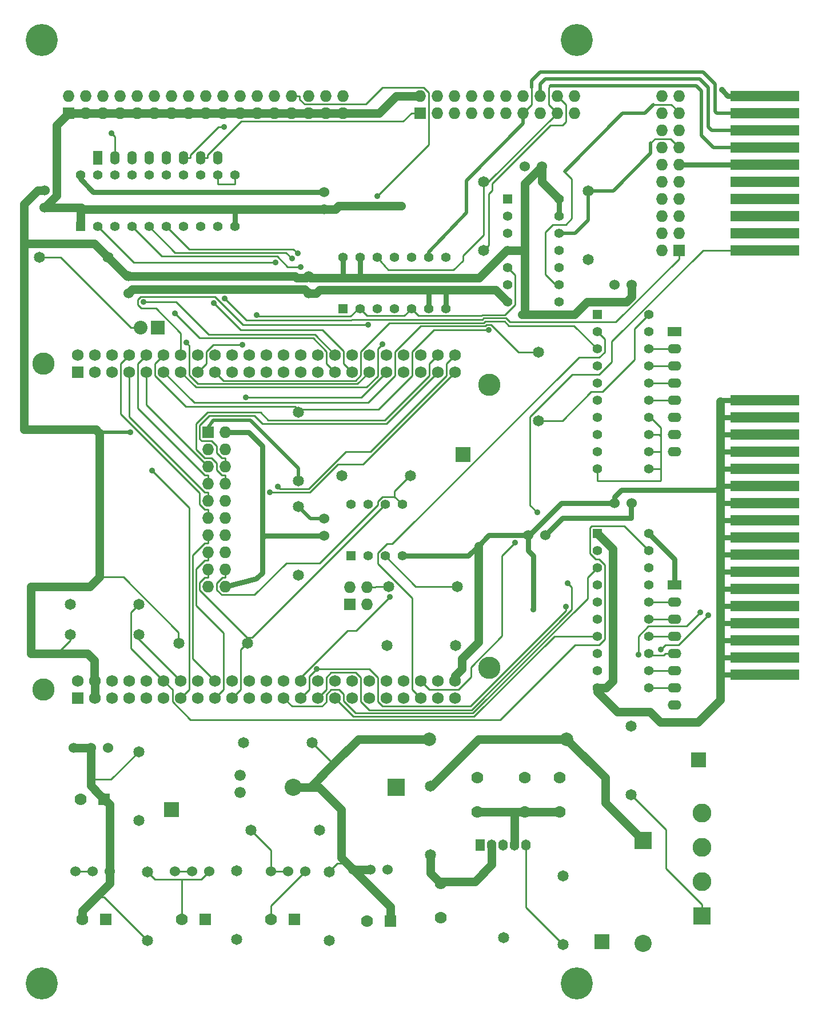
<source format=gbl>
%FSLAX34Y34*%
G04 Gerber Fmt 3.4, Leading zero omitted, Abs format*
G04 (created by PCBNEW (2014-02-12 BZR 4693)-product) date Sun 08 Jun 2014 08:36:32 PM EDT*
%MOIN*%
G01*
G70*
G90*
G04 APERTURE LIST*
%ADD10C,0.006000*%
%ADD11O,0.054000X0.065000*%
%ADD12R,0.054000X0.065000*%
%ADD13C,0.065000*%
%ADD14C,0.130000*%
%ADD15R,0.068000X0.068000*%
%ADD16C,0.068000*%
%ADD17R,0.400000X0.060000*%
%ADD18C,0.078700*%
%ADD19C,0.100000*%
%ADD20R,0.100000X0.100000*%
%ADD21R,0.080000X0.080000*%
%ADD22O,0.080000X0.080000*%
%ADD23O,0.068000X0.068000*%
%ADD24R,0.055000X0.055000*%
%ADD25C,0.055000*%
%ADD26C,0.187000*%
%ADD27R,0.070000X0.070000*%
%ADD28C,0.070000*%
%ADD29C,0.066000*%
%ADD30R,0.088000X0.088000*%
%ADD31R,0.055000X0.080000*%
%ADD32O,0.055000X0.080000*%
%ADD33R,0.080000X0.055000*%
%ADD34O,0.080000X0.055000*%
%ADD35C,0.110000*%
%ADD36C,0.060000*%
%ADD37C,0.035000*%
%ADD38C,0.020000*%
%ADD39C,0.050000*%
%ADD40C,0.010000*%
%ADD41C,0.030000*%
%ADD42C,0.009000*%
G04 APERTURE END LIST*
G54D10*
G54D11*
X76340Y-54180D03*
X75670Y-54180D03*
X75000Y-54180D03*
X74330Y-54180D03*
G54D12*
X73660Y-54180D03*
G54D13*
X75030Y-59580D03*
G54D14*
X74200Y-43850D03*
X48200Y-45100D03*
X48200Y-26100D03*
X74200Y-27350D03*
G54D15*
X50200Y-45600D03*
G54D16*
X50200Y-44600D03*
X51200Y-45600D03*
X51200Y-44600D03*
X52200Y-45600D03*
X52200Y-44600D03*
X53200Y-45600D03*
X53200Y-44600D03*
X54200Y-45600D03*
X54200Y-44600D03*
X55200Y-45600D03*
X55200Y-44600D03*
X56200Y-45600D03*
X56200Y-44600D03*
X57200Y-45600D03*
X57200Y-44600D03*
X58200Y-45600D03*
X58200Y-44600D03*
X59200Y-45600D03*
X59200Y-44600D03*
X60200Y-45600D03*
X60200Y-44600D03*
X61200Y-45600D03*
X61200Y-44600D03*
X62200Y-45600D03*
X62200Y-44600D03*
X63200Y-45600D03*
X63200Y-44600D03*
X64200Y-45600D03*
X64200Y-44600D03*
X65200Y-45600D03*
X65200Y-44600D03*
X66200Y-45600D03*
X66200Y-44600D03*
X67200Y-45600D03*
X67200Y-44600D03*
X68200Y-45600D03*
X68200Y-44600D03*
X69200Y-45600D03*
X69200Y-44600D03*
X70200Y-45600D03*
X70200Y-44600D03*
X71200Y-45600D03*
X71200Y-44600D03*
X72200Y-45600D03*
X72200Y-44600D03*
G54D15*
X50200Y-26600D03*
G54D16*
X50200Y-25600D03*
X51200Y-26600D03*
X51200Y-25600D03*
X52200Y-26600D03*
X52200Y-25600D03*
X53200Y-26600D03*
X53200Y-25600D03*
X54200Y-26600D03*
X54200Y-25600D03*
X55200Y-26600D03*
X55200Y-25600D03*
X56200Y-26600D03*
X56200Y-25600D03*
X57200Y-26600D03*
X57200Y-25600D03*
X58200Y-26600D03*
X58200Y-25600D03*
X59200Y-26600D03*
X59200Y-25600D03*
X60200Y-26600D03*
X60200Y-25600D03*
X61200Y-26600D03*
X61200Y-25600D03*
X62200Y-26600D03*
X62200Y-25600D03*
X63200Y-26600D03*
X63200Y-25600D03*
X64200Y-26600D03*
X64200Y-25600D03*
X65200Y-26600D03*
X65200Y-25600D03*
X66200Y-26600D03*
X66200Y-25600D03*
X67200Y-26600D03*
X67200Y-25600D03*
X68200Y-26600D03*
X68200Y-25600D03*
X69200Y-26600D03*
X69200Y-25600D03*
X70200Y-26600D03*
X70200Y-25600D03*
X71200Y-26600D03*
X71200Y-25600D03*
X72200Y-26600D03*
X72200Y-25600D03*
G54D17*
X90250Y-19500D03*
X90250Y-18500D03*
X90250Y-17500D03*
X90250Y-16500D03*
X90250Y-15500D03*
X90250Y-14500D03*
X90250Y-13500D03*
X90250Y-12500D03*
X90250Y-11500D03*
X90250Y-10500D03*
G54D18*
X78687Y-48000D03*
X70687Y-48000D03*
G54D19*
X83150Y-59900D03*
G54D20*
X83150Y-53900D03*
G54D19*
X62750Y-50800D03*
G54D20*
X68750Y-50800D03*
G54D21*
X54850Y-24000D03*
G54D22*
X53850Y-24000D03*
G54D15*
X66050Y-40150D03*
G54D23*
X66050Y-39150D03*
X67050Y-40150D03*
X67050Y-39150D03*
G54D24*
X80500Y-36000D03*
G54D25*
X80500Y-37000D03*
X80500Y-38000D03*
X80500Y-39000D03*
X80500Y-40000D03*
X80500Y-41000D03*
X80500Y-42000D03*
X80500Y-43000D03*
X80500Y-44000D03*
X80500Y-45000D03*
X83500Y-45000D03*
X83500Y-44000D03*
X83500Y-43000D03*
X83500Y-42000D03*
X83500Y-41000D03*
X83500Y-40000D03*
X83500Y-39000D03*
X83500Y-38000D03*
X83500Y-37000D03*
X83500Y-36000D03*
G54D24*
X80500Y-23250D03*
G54D25*
X80500Y-24250D03*
X80500Y-25250D03*
X80500Y-26250D03*
X80500Y-27250D03*
X80500Y-28250D03*
X80500Y-29250D03*
X80500Y-30250D03*
X80500Y-31250D03*
X80500Y-32250D03*
X83500Y-32250D03*
X83500Y-31250D03*
X83500Y-30250D03*
X83500Y-29250D03*
X83500Y-28250D03*
X83500Y-27250D03*
X83500Y-26250D03*
X83500Y-25250D03*
X83500Y-24250D03*
X83500Y-23250D03*
G54D24*
X65650Y-22900D03*
G54D25*
X66650Y-22900D03*
X67650Y-22900D03*
X68650Y-22900D03*
X69650Y-22900D03*
X70650Y-22900D03*
X71650Y-22900D03*
X71650Y-19900D03*
X70650Y-19900D03*
X69650Y-19900D03*
X68650Y-19900D03*
X67650Y-19900D03*
X66650Y-19900D03*
X65650Y-19900D03*
G54D24*
X50350Y-18100D03*
G54D25*
X51350Y-18100D03*
X52350Y-18100D03*
X53350Y-18100D03*
X54350Y-18100D03*
X55350Y-18100D03*
X56350Y-18100D03*
X57350Y-18100D03*
X58350Y-18100D03*
X59350Y-18100D03*
X59350Y-15100D03*
X58350Y-15100D03*
X57350Y-15100D03*
X56350Y-15100D03*
X55350Y-15100D03*
X54350Y-15100D03*
X53350Y-15100D03*
X52350Y-15100D03*
X51350Y-15100D03*
X50350Y-15100D03*
G54D24*
X66124Y-37314D03*
G54D25*
X67124Y-37314D03*
X68124Y-37314D03*
X69124Y-37314D03*
X69124Y-34314D03*
X68124Y-34314D03*
X67124Y-34314D03*
X66124Y-34314D03*
G54D24*
X75250Y-16500D03*
G54D25*
X75250Y-17500D03*
X75250Y-18500D03*
X75250Y-19500D03*
X75250Y-20500D03*
X75250Y-21500D03*
X75250Y-22500D03*
X78250Y-22500D03*
X78250Y-21500D03*
X78250Y-20500D03*
X78250Y-19500D03*
X78250Y-18500D03*
X78250Y-17500D03*
X78250Y-16500D03*
G54D15*
X57800Y-30100D03*
G54D23*
X58800Y-30100D03*
X57800Y-31100D03*
X58800Y-31100D03*
X57800Y-32100D03*
X58800Y-32100D03*
X57800Y-33100D03*
X58800Y-33100D03*
X57800Y-34100D03*
X58800Y-34100D03*
X57800Y-35100D03*
X58800Y-35100D03*
X57800Y-36100D03*
X58800Y-36100D03*
X57800Y-37100D03*
X58800Y-37100D03*
X57800Y-38100D03*
X58800Y-38100D03*
X57800Y-39100D03*
X58800Y-39100D03*
G54D15*
X85250Y-19500D03*
G54D23*
X84250Y-19500D03*
X85250Y-18500D03*
X84250Y-18500D03*
X85250Y-17500D03*
X84250Y-17500D03*
X85250Y-16500D03*
X84250Y-16500D03*
X85250Y-15500D03*
X84250Y-15500D03*
X85250Y-14500D03*
X84250Y-14500D03*
X85250Y-13500D03*
X84250Y-13500D03*
X85250Y-12500D03*
X84250Y-12500D03*
X85250Y-11500D03*
X84250Y-11500D03*
X85250Y-10500D03*
X84250Y-10500D03*
G54D15*
X70150Y-11500D03*
G54D23*
X70150Y-10500D03*
X71150Y-11500D03*
X71150Y-10500D03*
X72150Y-11500D03*
X72150Y-10500D03*
X73150Y-11500D03*
X73150Y-10500D03*
X74150Y-11500D03*
X74150Y-10500D03*
X75150Y-11500D03*
X75150Y-10500D03*
X76150Y-11500D03*
X76150Y-10500D03*
X77150Y-11500D03*
X77150Y-10500D03*
X78150Y-11500D03*
X78150Y-10500D03*
X79150Y-11500D03*
X79150Y-10500D03*
G54D26*
X48100Y-62250D03*
X79300Y-7250D03*
X79300Y-62250D03*
X48100Y-7250D03*
G54D27*
X51730Y-51500D03*
G54D28*
X50350Y-51500D03*
G54D27*
X68430Y-58600D03*
G54D28*
X67050Y-58600D03*
G54D27*
X62830Y-58500D03*
G54D28*
X61450Y-58500D03*
G54D27*
X57630Y-58500D03*
G54D28*
X56250Y-58500D03*
G54D27*
X51830Y-58500D03*
G54D28*
X50450Y-58500D03*
G54D15*
X49650Y-11500D03*
G54D23*
X49650Y-10500D03*
X50650Y-11500D03*
X50650Y-10500D03*
X51650Y-11500D03*
X51650Y-10500D03*
X52650Y-11500D03*
X52650Y-10500D03*
X53650Y-11500D03*
X53650Y-10500D03*
X54650Y-11500D03*
X54650Y-10500D03*
X55650Y-11500D03*
X55650Y-10500D03*
X56650Y-11500D03*
X56650Y-10500D03*
X57650Y-11500D03*
X57650Y-10500D03*
X58650Y-11500D03*
X58650Y-10500D03*
X59650Y-11500D03*
X59650Y-10500D03*
X60650Y-11500D03*
X60650Y-10500D03*
X61650Y-11500D03*
X61650Y-10500D03*
X62650Y-11500D03*
X62650Y-10500D03*
X63650Y-11500D03*
X63650Y-10500D03*
X64650Y-11500D03*
X64650Y-10500D03*
X65650Y-11500D03*
X65650Y-10500D03*
G54D29*
X59650Y-50100D03*
X59650Y-51100D03*
G54D17*
X90250Y-44250D03*
X90250Y-43250D03*
X90250Y-42250D03*
X90250Y-41250D03*
X90250Y-40250D03*
X90250Y-39250D03*
X90250Y-38250D03*
X90250Y-37250D03*
X90250Y-36250D03*
X90250Y-35250D03*
X90250Y-34250D03*
X90250Y-33250D03*
X90250Y-32250D03*
X90250Y-31250D03*
X90250Y-30250D03*
X90250Y-29250D03*
X90250Y-28250D03*
G54D30*
X72650Y-31400D03*
X55650Y-52100D03*
X80750Y-59800D03*
X86400Y-49200D03*
G54D31*
X51350Y-14100D03*
G54D32*
X52350Y-14100D03*
X53350Y-14100D03*
X54350Y-14100D03*
X55350Y-14100D03*
X56350Y-14100D03*
X57350Y-14100D03*
X58350Y-14100D03*
G54D33*
X85000Y-24250D03*
G54D34*
X85000Y-25250D03*
X85000Y-26250D03*
X85000Y-27250D03*
X85000Y-28250D03*
X85000Y-29250D03*
X85000Y-30250D03*
X85000Y-31250D03*
G54D33*
X85000Y-39000D03*
G54D34*
X85000Y-40000D03*
X85000Y-41000D03*
X85000Y-42000D03*
X85000Y-43000D03*
X85000Y-44000D03*
X85000Y-45000D03*
X85000Y-46000D03*
G54D20*
X86600Y-58300D03*
G54D35*
X86600Y-56300D03*
X86600Y-54300D03*
X86600Y-52300D03*
G54D13*
X56081Y-42400D03*
X60081Y-42400D03*
X77050Y-25431D03*
X77050Y-29431D03*
X53769Y-40150D03*
X49769Y-40150D03*
X73850Y-19519D03*
X73850Y-15519D03*
X53769Y-41900D03*
X49769Y-41900D03*
X51969Y-19900D03*
X47969Y-19900D03*
X64850Y-55731D03*
X64850Y-59731D03*
X60281Y-53300D03*
X64281Y-53300D03*
X59450Y-59669D03*
X59450Y-55669D03*
X54250Y-55731D03*
X54250Y-59731D03*
X53750Y-48731D03*
X53750Y-52731D03*
X63869Y-48200D03*
X59869Y-48200D03*
X82450Y-47231D03*
X82450Y-51231D03*
X72219Y-42550D03*
X68219Y-42550D03*
X63050Y-34431D03*
X63050Y-38431D03*
X72319Y-39100D03*
X68319Y-39100D03*
X78500Y-59969D03*
X78500Y-55969D03*
X65581Y-32650D03*
X69581Y-32650D03*
X63050Y-28931D03*
X63050Y-32931D03*
X79950Y-16031D03*
X79950Y-20031D03*
X70750Y-50731D03*
X70750Y-54731D03*
G54D36*
X63650Y-21000D03*
X63650Y-22000D03*
X64550Y-16100D03*
X64550Y-17100D03*
X82500Y-34250D03*
X81500Y-34250D03*
X77450Y-36100D03*
X76450Y-36100D03*
X77250Y-14600D03*
X76250Y-14600D03*
X53150Y-21000D03*
X53150Y-22000D03*
X48250Y-16000D03*
X48250Y-17000D03*
X64550Y-35150D03*
X64550Y-36150D03*
X82500Y-21500D03*
X81500Y-21500D03*
X50950Y-48500D03*
X51950Y-48500D03*
X49950Y-48500D03*
X51050Y-55700D03*
X52050Y-55700D03*
X50050Y-55700D03*
X56850Y-55700D03*
X57850Y-55700D03*
X55850Y-55700D03*
X62450Y-55700D03*
X63450Y-55700D03*
X61450Y-55700D03*
X67250Y-55600D03*
X68250Y-55600D03*
X66250Y-55600D03*
G54D28*
X71350Y-56400D03*
X71350Y-58400D03*
X78300Y-52250D03*
X78300Y-50250D03*
X76250Y-52250D03*
X76250Y-50250D03*
X73500Y-52250D03*
X73500Y-50250D03*
G54D37*
X54472Y-21054D03*
X53250Y-30100D03*
X61389Y-33595D03*
X61872Y-33267D03*
X59982Y-28067D03*
X56521Y-24888D03*
X58125Y-22586D03*
X55850Y-23170D03*
X54020Y-22520D03*
X78650Y-40280D03*
X64144Y-43909D03*
X62685Y-19990D03*
X75690Y-36545D03*
X63030Y-19684D03*
X54538Y-32337D03*
X61722Y-20203D03*
X67959Y-24977D03*
X67143Y-23847D03*
X78780Y-38910D03*
X63191Y-20464D03*
X68386Y-39702D03*
X69060Y-16950D03*
X73550Y-42300D03*
X73550Y-41600D03*
X76750Y-40450D03*
X57450Y-21800D03*
X87750Y-10150D03*
X59807Y-25011D03*
X60642Y-23263D03*
X76987Y-34786D03*
X84187Y-42778D03*
X86964Y-40760D03*
X82897Y-43068D03*
X86500Y-40600D03*
X58719Y-12301D03*
X67650Y-16330D03*
X52150Y-12689D03*
X58752Y-22300D03*
X74169Y-24153D03*
G54D38*
X54472Y-21054D02*
X54472Y-21000D01*
G54D39*
X53150Y-21000D02*
X54472Y-21000D01*
X54472Y-21000D02*
X62870Y-21000D01*
X63540Y-21110D02*
X63650Y-21000D01*
X62980Y-21110D02*
X63540Y-21110D01*
X62870Y-21000D02*
X62980Y-21110D01*
G54D40*
X77050Y-29431D02*
X78465Y-29431D01*
X82666Y-24084D02*
X83500Y-23250D01*
X82666Y-25890D02*
X82666Y-24084D01*
X80806Y-27750D02*
X82666Y-25890D01*
X80146Y-27750D02*
X80806Y-27750D01*
X78465Y-29431D02*
X80146Y-27750D01*
G54D41*
X65650Y-19900D02*
X65650Y-21100D01*
X66650Y-19900D02*
X66650Y-21100D01*
G54D39*
X47050Y-16800D02*
X47050Y-19100D01*
X47850Y-16000D02*
X47050Y-16800D01*
X48250Y-16000D02*
X47850Y-16000D01*
G54D41*
X85000Y-37500D02*
X83500Y-36000D01*
X85000Y-39000D02*
X85000Y-37500D01*
X50350Y-15350D02*
X50350Y-15100D01*
X51100Y-16100D02*
X50350Y-15350D01*
X64550Y-16100D02*
X51100Y-16100D01*
G54D39*
X47050Y-29950D02*
X47050Y-19100D01*
X51250Y-29950D02*
X47050Y-29950D01*
G54D38*
X57800Y-29850D02*
X57800Y-30100D01*
X58100Y-29400D02*
X57800Y-29850D01*
X60250Y-29400D02*
X58100Y-29400D01*
X63050Y-32200D02*
X60250Y-29400D01*
X63050Y-32930D02*
X63050Y-32200D01*
G54D39*
X75250Y-19500D02*
X76250Y-19500D01*
X79150Y-23250D02*
X76100Y-23250D01*
X79900Y-22500D02*
X79150Y-23250D01*
X82200Y-22500D02*
X79900Y-22500D01*
X82500Y-22200D02*
X82200Y-22500D01*
X82500Y-21500D02*
X82500Y-22200D01*
G54D41*
X76100Y-23250D02*
X76250Y-23100D01*
G54D39*
X76250Y-23100D02*
X76250Y-19500D01*
X76250Y-15600D02*
X77250Y-14600D01*
X76250Y-19500D02*
X76250Y-15600D01*
X51200Y-45600D02*
X51200Y-44600D01*
X50750Y-43000D02*
X49000Y-43000D01*
X51150Y-43400D02*
X50750Y-43000D01*
X51150Y-44550D02*
X51150Y-43400D01*
X51200Y-44600D02*
X51150Y-44550D01*
G54D38*
X63768Y-35150D02*
X63050Y-34430D01*
X64550Y-35150D02*
X63768Y-35150D01*
G54D39*
X77250Y-15500D02*
X78250Y-16500D01*
X77250Y-14600D02*
X77250Y-15500D01*
G54D41*
X78250Y-16500D02*
X78250Y-17500D01*
G54D39*
X51400Y-30100D02*
X51250Y-29950D01*
G54D38*
X53250Y-30100D02*
X51400Y-30100D01*
X51250Y-30100D02*
X51250Y-29950D01*
X51400Y-30100D02*
X51250Y-30100D01*
G54D39*
X73600Y-21100D02*
X66650Y-21100D01*
X75200Y-19500D02*
X73600Y-21100D01*
G54D41*
X75250Y-19500D02*
X75200Y-19500D01*
G54D39*
X66650Y-21100D02*
X65650Y-21100D01*
G54D40*
X69909Y-39100D02*
X72318Y-39100D01*
X68124Y-37314D02*
X69909Y-39100D01*
G54D42*
X72318Y-39100D02*
X72319Y-39100D01*
G54D39*
X50900Y-39100D02*
X51450Y-38550D01*
X47450Y-39100D02*
X50900Y-39100D01*
X47450Y-43000D02*
X47450Y-39100D01*
X49000Y-43000D02*
X47450Y-43000D01*
X51450Y-30150D02*
X51400Y-30100D01*
X51450Y-38550D02*
X51450Y-30150D01*
G54D40*
X49768Y-42231D02*
X49768Y-42065D01*
X49000Y-43000D02*
X49768Y-42231D01*
X49768Y-42065D02*
X49768Y-41900D01*
G54D42*
X49769Y-42065D02*
X49769Y-41900D01*
X49768Y-42065D02*
X49769Y-42065D01*
X51969Y-19900D02*
X51968Y-19900D01*
G54D39*
X53068Y-21000D02*
X51968Y-19900D01*
X53150Y-21000D02*
X53068Y-21000D01*
X51168Y-19100D02*
X47050Y-19100D01*
X51968Y-19900D02*
X51168Y-19100D01*
G54D42*
X52863Y-38550D02*
X51450Y-38550D01*
X56080Y-41767D02*
X52863Y-38550D01*
X56080Y-42400D02*
X56080Y-41767D01*
G54D41*
X63750Y-21100D02*
X63700Y-21050D01*
X63700Y-21050D02*
X63650Y-21000D01*
G54D39*
X65650Y-21100D02*
X63750Y-21100D01*
G54D41*
X77450Y-36100D02*
X78450Y-35100D01*
X82450Y-34300D02*
X82500Y-34250D01*
X82450Y-35100D02*
X82450Y-34300D01*
X78450Y-35100D02*
X82450Y-35100D01*
G54D39*
X76250Y-52250D02*
X78300Y-52250D01*
X75670Y-53982D02*
X75670Y-52250D01*
X73500Y-52250D02*
X75670Y-52250D01*
X75670Y-52250D02*
X76250Y-52250D01*
X75670Y-54081D02*
X75670Y-53982D01*
G54D42*
X80920Y-24670D02*
X80500Y-24250D01*
X80920Y-25440D02*
X80920Y-24670D01*
X80610Y-25750D02*
X80920Y-25440D01*
X79415Y-25750D02*
X80610Y-25750D01*
X68545Y-36620D02*
X79415Y-25750D01*
X68219Y-36620D02*
X68545Y-36620D01*
X67687Y-37152D02*
X68219Y-36620D01*
X67687Y-37775D02*
X67687Y-37152D01*
X69700Y-39788D02*
X67687Y-37775D01*
X69700Y-45100D02*
X69700Y-39788D01*
X70200Y-45600D02*
X69700Y-45100D01*
X66821Y-31978D02*
X72200Y-26600D01*
X65358Y-31978D02*
X66821Y-31978D01*
X63740Y-33595D02*
X65358Y-31978D01*
X61389Y-33595D02*
X63740Y-33595D01*
X62008Y-33403D02*
X61872Y-33267D01*
X63648Y-33403D02*
X62008Y-33403D01*
X65815Y-31235D02*
X63648Y-33403D01*
X67266Y-31235D02*
X65815Y-31235D01*
X71700Y-26802D02*
X67266Y-31235D01*
X71700Y-26100D02*
X71700Y-26802D01*
X72200Y-25600D02*
X71700Y-26100D01*
X58800Y-32100D02*
X58800Y-31614D01*
X68197Y-29602D02*
X71200Y-26600D01*
X60966Y-29602D02*
X68197Y-29602D01*
X60512Y-29148D02*
X60966Y-29602D01*
X57856Y-29148D02*
X60512Y-29148D01*
X57308Y-29696D02*
X57856Y-29148D01*
X57308Y-30493D02*
X57308Y-29696D01*
X57414Y-30600D02*
X57308Y-30493D01*
X57989Y-30600D02*
X57414Y-30600D01*
X58285Y-30895D02*
X57989Y-30600D01*
X58285Y-31301D02*
X58285Y-30895D01*
X58598Y-31614D02*
X58285Y-31301D01*
X58800Y-31614D02*
X58598Y-31614D01*
X58598Y-32614D02*
X58800Y-32614D01*
X58300Y-32315D02*
X58598Y-32614D01*
X58300Y-31907D02*
X58300Y-32315D01*
X57992Y-31600D02*
X58300Y-31907D01*
X57605Y-31600D02*
X57992Y-31600D01*
X57105Y-31100D02*
X57605Y-31600D01*
X57105Y-29617D02*
X57105Y-31100D01*
X57767Y-28954D02*
X57105Y-29617D01*
X60851Y-28954D02*
X57767Y-28954D01*
X61309Y-29412D02*
X60851Y-28954D01*
X68083Y-29412D02*
X61309Y-29412D01*
X70700Y-26795D02*
X68083Y-29412D01*
X70700Y-26100D02*
X70700Y-26795D01*
X71200Y-25600D02*
X70700Y-26100D01*
X58800Y-33100D02*
X58800Y-32614D01*
X57800Y-36100D02*
X57800Y-36585D01*
X57598Y-36585D02*
X57800Y-36585D01*
X56913Y-37270D02*
X57598Y-36585D01*
X56913Y-43313D02*
X56913Y-37270D01*
X58200Y-44600D02*
X56913Y-43313D01*
X57598Y-37585D02*
X57800Y-37585D01*
X57104Y-38080D02*
X57598Y-37585D01*
X57104Y-40210D02*
X57104Y-38080D01*
X58700Y-41806D02*
X57104Y-40210D01*
X58700Y-45100D02*
X58700Y-41806D01*
X58200Y-45600D02*
X58700Y-45100D01*
X57800Y-37100D02*
X57800Y-37585D01*
X66732Y-28067D02*
X59982Y-28067D01*
X68200Y-26600D02*
X66732Y-28067D01*
X57800Y-34100D02*
X57800Y-33614D01*
X53200Y-29215D02*
X53200Y-26600D01*
X57598Y-33614D02*
X53200Y-29215D01*
X57800Y-33614D02*
X57598Y-33614D01*
X57598Y-34614D02*
X57800Y-34614D01*
X57285Y-34301D02*
X57598Y-34614D01*
X57285Y-33635D02*
X57285Y-34301D01*
X52700Y-29050D02*
X57285Y-33635D01*
X52700Y-26100D02*
X52700Y-29050D01*
X53200Y-25600D02*
X52700Y-26100D01*
X57800Y-35100D02*
X57800Y-34614D01*
X57598Y-32614D02*
X57800Y-32614D01*
X53700Y-28715D02*
X57598Y-32614D01*
X53700Y-26100D02*
X53700Y-28715D01*
X54200Y-25600D02*
X53700Y-26100D01*
X57800Y-33100D02*
X57800Y-32614D01*
X54200Y-28500D02*
X54200Y-26600D01*
X57800Y-32100D02*
X54200Y-28500D01*
X56700Y-25066D02*
X56521Y-24888D01*
X56700Y-26788D02*
X56700Y-25066D01*
X57199Y-27287D02*
X56700Y-26788D01*
X66512Y-27287D02*
X57199Y-27287D01*
X67200Y-26600D02*
X66512Y-27287D01*
X59692Y-24153D02*
X58125Y-22586D01*
X64472Y-24153D02*
X59692Y-24153D01*
X65700Y-25380D02*
X64472Y-24153D01*
X65700Y-26100D02*
X65700Y-25380D01*
X66200Y-26600D02*
X65700Y-26100D01*
X64700Y-26100D02*
X65200Y-26600D01*
X64700Y-25396D02*
X64700Y-26100D01*
X63915Y-24612D02*
X64700Y-25396D01*
X57293Y-24612D02*
X63915Y-24612D01*
X55850Y-23170D02*
X57293Y-24612D01*
X55929Y-22518D02*
X54021Y-22518D01*
X64022Y-24422D02*
X65200Y-25600D01*
X64022Y-24422D02*
X57833Y-24422D01*
X57833Y-24422D02*
X55929Y-22518D01*
X54021Y-22518D02*
X54020Y-22520D01*
X78680Y-40495D02*
X73085Y-46089D01*
X78650Y-40280D02*
X78680Y-40310D01*
X78680Y-40310D02*
X78680Y-40495D01*
X67202Y-43909D02*
X64144Y-43909D01*
X67700Y-44407D02*
X67202Y-43909D01*
X67700Y-45823D02*
X67700Y-44407D01*
X67966Y-46089D02*
X67700Y-45823D01*
X73085Y-46089D02*
X67966Y-46089D01*
X63700Y-44353D02*
X64144Y-43909D01*
X63700Y-45100D02*
X63700Y-44353D01*
X63200Y-45600D02*
X63700Y-45100D01*
X62320Y-19625D02*
X62685Y-19990D01*
X55875Y-19625D02*
X62320Y-19625D01*
X54350Y-18100D02*
X55875Y-19625D01*
X74937Y-41977D02*
X74937Y-37297D01*
X74937Y-37297D02*
X75690Y-36545D01*
X56685Y-19435D02*
X55350Y-18100D01*
X62780Y-19435D02*
X56685Y-19435D01*
X63030Y-19684D02*
X62780Y-19435D01*
X73118Y-43797D02*
X74937Y-41977D01*
X73118Y-44390D02*
X73118Y-43797D01*
X72408Y-45100D02*
X73118Y-44390D01*
X70700Y-45100D02*
X72408Y-45100D01*
X70200Y-44600D02*
X70700Y-45100D01*
X56700Y-34499D02*
X54538Y-32337D01*
X56700Y-45100D02*
X56700Y-34499D01*
X56200Y-45600D02*
X56700Y-45100D01*
X53453Y-20203D02*
X61722Y-20203D01*
X51350Y-18100D02*
X53453Y-20203D01*
X67685Y-25251D02*
X67959Y-24977D01*
X67685Y-26845D02*
X67685Y-25251D01*
X67041Y-27489D02*
X67685Y-26845D01*
X57089Y-27489D02*
X67041Y-27489D01*
X56200Y-26600D02*
X57089Y-27489D01*
X56200Y-24325D02*
X56200Y-25600D01*
X54764Y-22890D02*
X56200Y-24325D01*
X53897Y-22890D02*
X54764Y-22890D01*
X53687Y-22680D02*
X53897Y-22890D01*
X53687Y-22372D02*
X53687Y-22680D01*
X53866Y-22193D02*
X53687Y-22372D01*
X58188Y-22193D02*
X53866Y-22193D01*
X59842Y-23847D02*
X58188Y-22193D01*
X67143Y-23847D02*
X59842Y-23847D01*
X58697Y-27097D02*
X58200Y-26600D01*
X66390Y-27097D02*
X58697Y-27097D01*
X66699Y-26788D02*
X66390Y-27097D01*
X66699Y-25399D02*
X66699Y-26788D01*
X68374Y-23724D02*
X66699Y-25399D01*
X73876Y-23724D02*
X68374Y-23724D01*
X73958Y-23643D02*
X73876Y-23724D01*
X75084Y-23643D02*
X73958Y-23643D01*
X75332Y-23891D02*
X75084Y-23643D01*
X79141Y-23891D02*
X75332Y-23891D01*
X80500Y-25250D02*
X79141Y-23891D01*
X78999Y-40448D02*
X78999Y-39129D01*
X73148Y-46300D02*
X78999Y-40448D01*
X67195Y-46300D02*
X73148Y-46300D01*
X66700Y-45804D02*
X67195Y-46300D01*
X66700Y-44410D02*
X66700Y-45804D01*
X66404Y-44114D02*
X66700Y-44410D01*
X64977Y-44114D02*
X66404Y-44114D01*
X64700Y-44391D02*
X64977Y-44114D01*
X64700Y-45100D02*
X64700Y-44391D01*
X64700Y-45100D02*
X64200Y-45600D01*
X78780Y-38910D02*
X78999Y-39129D01*
X79920Y-38579D02*
X80500Y-38000D01*
X79920Y-39796D02*
X79920Y-38579D01*
X73226Y-46490D02*
X79920Y-39796D01*
X66400Y-46490D02*
X73226Y-46490D01*
X65700Y-45789D02*
X66400Y-46490D01*
X65700Y-45385D02*
X65700Y-45789D01*
X65429Y-45114D02*
X65700Y-45385D01*
X64976Y-45114D02*
X65429Y-45114D01*
X64700Y-45391D02*
X64976Y-45114D01*
X64700Y-45828D02*
X64700Y-45391D01*
X64443Y-46085D02*
X64700Y-45828D01*
X62685Y-46085D02*
X64443Y-46085D01*
X62200Y-45600D02*
X62685Y-46085D01*
X55101Y-19851D02*
X53350Y-18100D01*
X61823Y-19851D02*
X55101Y-19851D01*
X62436Y-20464D02*
X61823Y-19851D01*
X63191Y-20464D02*
X62436Y-20464D01*
X66430Y-41659D02*
X68386Y-39702D01*
X65936Y-41659D02*
X66430Y-41659D01*
X63200Y-44396D02*
X65936Y-41659D01*
X63200Y-44600D02*
X63200Y-44396D01*
X77985Y-42000D02*
X80500Y-42000D01*
X73305Y-46680D02*
X77985Y-42000D01*
X66280Y-46680D02*
X73305Y-46680D01*
X65200Y-45600D02*
X66280Y-46680D01*
X53298Y-42698D02*
X55200Y-44600D01*
X53298Y-40620D02*
X53298Y-42698D01*
X53769Y-40150D02*
X53298Y-40620D01*
X82079Y-35579D02*
X83500Y-37000D01*
X80159Y-35579D02*
X82079Y-35579D01*
X80058Y-35680D02*
X80159Y-35579D01*
X80058Y-37165D02*
X80058Y-35680D01*
X80392Y-37500D02*
X80058Y-37165D01*
X80594Y-37500D02*
X80392Y-37500D01*
X80930Y-37835D02*
X80594Y-37500D01*
X80930Y-42171D02*
X80930Y-37835D01*
X80602Y-42500D02*
X80930Y-42171D01*
X79189Y-42500D02*
X80602Y-42500D01*
X74818Y-46870D02*
X79189Y-42500D01*
X56780Y-46870D02*
X74818Y-46870D01*
X55714Y-45804D02*
X56780Y-46870D01*
X55714Y-45114D02*
X55714Y-45804D01*
X55200Y-44600D02*
X55714Y-45114D01*
X56987Y-28387D02*
X55200Y-26600D01*
X67126Y-28387D02*
X56987Y-28387D01*
X68700Y-26814D02*
X67126Y-28387D01*
X68700Y-25400D02*
X68700Y-26814D01*
X70185Y-23914D02*
X68700Y-25400D01*
X73955Y-23914D02*
X70185Y-23914D01*
X74036Y-23833D02*
X73955Y-23914D01*
X74302Y-23833D02*
X74036Y-23833D01*
X75899Y-25430D02*
X74302Y-23833D01*
X77050Y-25430D02*
X75899Y-25430D01*
X53769Y-42169D02*
X53769Y-41900D01*
X56200Y-44600D02*
X53769Y-42169D01*
X58350Y-15100D02*
X58350Y-15650D01*
X59350Y-15634D02*
X59350Y-15100D01*
X59368Y-15652D02*
X59350Y-15634D01*
X58352Y-15652D02*
X59368Y-15652D01*
X58350Y-15650D02*
X58352Y-15652D01*
G54D40*
X80500Y-32250D02*
X80500Y-32940D01*
G54D38*
X69060Y-16950D02*
X69060Y-16920D01*
G54D39*
X64550Y-17100D02*
X65230Y-17100D01*
X65410Y-16920D02*
X69060Y-16920D01*
X65230Y-17100D02*
X65410Y-16920D01*
G54D41*
X76450Y-36100D02*
X76536Y-36100D01*
X78386Y-34250D02*
X81500Y-34250D01*
X76536Y-36100D02*
X78386Y-34250D01*
X81500Y-34250D02*
X81500Y-33890D01*
X81500Y-33890D02*
X81906Y-33484D01*
X81906Y-33484D02*
X87416Y-33484D01*
X87416Y-33484D02*
X87650Y-33250D01*
G54D39*
X73550Y-42300D02*
X73550Y-41600D01*
X72200Y-44600D02*
X72200Y-44300D01*
X73550Y-42350D02*
X73550Y-36728D01*
X72600Y-43300D02*
X73550Y-42350D01*
X72600Y-43900D02*
X72600Y-43300D01*
X72200Y-44300D02*
X72600Y-43900D01*
G54D41*
X70650Y-22900D02*
X70650Y-21800D01*
X71650Y-22900D02*
X71650Y-21800D01*
G54D39*
X50400Y-17000D02*
X50500Y-17100D01*
X48250Y-17000D02*
X50400Y-17000D01*
X67750Y-11500D02*
X65650Y-11500D01*
X68750Y-10500D02*
X67750Y-11500D01*
X70150Y-10500D02*
X68750Y-10500D01*
G54D41*
X74178Y-36100D02*
X73550Y-36728D01*
X76450Y-36100D02*
X74178Y-36100D01*
X73550Y-36728D02*
X72964Y-37314D01*
X72964Y-37314D02*
X69124Y-37314D01*
X76450Y-37000D02*
X76450Y-36100D01*
X76750Y-37300D02*
X76450Y-37000D01*
X76750Y-40450D02*
X76750Y-37300D01*
G54D39*
X81400Y-36900D02*
X80500Y-36000D01*
X81400Y-44600D02*
X81400Y-36900D01*
X81000Y-45000D02*
X81400Y-44600D01*
X80500Y-45000D02*
X81000Y-45000D01*
G54D38*
X57450Y-21800D02*
X57450Y-21770D01*
G54D39*
X57450Y-21770D02*
X61250Y-21770D01*
X63420Y-21770D02*
X63650Y-22000D01*
X61250Y-21770D02*
X63420Y-21770D01*
X53379Y-21770D02*
X57450Y-21770D01*
X53150Y-22000D02*
X53379Y-21770D01*
X53150Y-22000D02*
X53150Y-22000D01*
X87650Y-37250D02*
X87650Y-38250D01*
X87650Y-40250D02*
X87650Y-41250D01*
X87650Y-36250D02*
X87650Y-37250D01*
X87650Y-41250D02*
X87650Y-42250D01*
X87650Y-35250D02*
X87650Y-36250D01*
X87650Y-42250D02*
X87650Y-43250D01*
G54D41*
X90250Y-36250D02*
X87650Y-36250D01*
G54D38*
X77150Y-9800D02*
X77150Y-10500D01*
X77450Y-9500D02*
X77150Y-9800D01*
X86450Y-9500D02*
X77450Y-9500D01*
X86950Y-10000D02*
X86450Y-9500D01*
X86950Y-12300D02*
X86950Y-10000D01*
X87150Y-12500D02*
X86950Y-12300D01*
X90250Y-12500D02*
X87150Y-12500D01*
G54D41*
X88100Y-10500D02*
X87750Y-10150D01*
X90250Y-10500D02*
X88100Y-10500D01*
X90250Y-14500D02*
X85250Y-14500D01*
X60950Y-30900D02*
X60950Y-36300D01*
X60150Y-30100D02*
X60950Y-30900D01*
X58800Y-30100D02*
X60150Y-30100D01*
X60600Y-38650D02*
X58800Y-39100D01*
X60950Y-38300D02*
X60600Y-38650D01*
X60950Y-36300D02*
X60950Y-38300D01*
X61100Y-36150D02*
X60950Y-36300D01*
X64550Y-36150D02*
X61100Y-36150D01*
G54D39*
X87650Y-45700D02*
X87650Y-44100D01*
X86350Y-47000D02*
X87650Y-45700D01*
X84150Y-47000D02*
X86350Y-47000D01*
X83550Y-46400D02*
X84150Y-47000D01*
X81650Y-46400D02*
X83550Y-46400D01*
X80500Y-45250D02*
X81650Y-46400D01*
G54D41*
X80500Y-45000D02*
X80500Y-45250D01*
X90250Y-29250D02*
X87650Y-29250D01*
X90250Y-30250D02*
X87650Y-30250D01*
X90250Y-31250D02*
X87650Y-31250D01*
X90250Y-32250D02*
X87650Y-32250D01*
X90250Y-33250D02*
X87650Y-33250D01*
X90250Y-34250D02*
X87650Y-34250D01*
X90250Y-35250D02*
X87650Y-35250D01*
X90250Y-38250D02*
X87650Y-38250D01*
X90250Y-40250D02*
X87650Y-40250D01*
X90250Y-41250D02*
X87650Y-41250D01*
X90250Y-42250D02*
X87650Y-42250D01*
X90250Y-43250D02*
X87650Y-43250D01*
X87800Y-44250D02*
X90250Y-44250D01*
X87650Y-44100D02*
X87800Y-44250D01*
X87700Y-39250D02*
X90250Y-39250D01*
X87650Y-39200D02*
X87700Y-39250D01*
G54D39*
X87650Y-34250D02*
X87650Y-35250D01*
X87650Y-33250D02*
X87650Y-34250D01*
X87650Y-32250D02*
X87650Y-33250D01*
X87650Y-31250D02*
X87650Y-32250D01*
X87650Y-30250D02*
X87650Y-31250D01*
X87650Y-28300D02*
X87650Y-29250D01*
G54D41*
X87600Y-28250D02*
X87650Y-28300D01*
X90250Y-28250D02*
X87600Y-28250D01*
G54D39*
X87650Y-29250D02*
X87650Y-30250D01*
X87650Y-43250D02*
X87650Y-44100D01*
G54D41*
X90250Y-37250D02*
X87650Y-37250D01*
G54D39*
X87650Y-38250D02*
X87650Y-39200D01*
X87650Y-39200D02*
X87650Y-40250D01*
X65650Y-11500D02*
X64650Y-11500D01*
X50350Y-17250D02*
X50500Y-17100D01*
X50350Y-18100D02*
X50350Y-17250D01*
X74550Y-21800D02*
X75250Y-22500D01*
X71650Y-21800D02*
X74550Y-21800D01*
X64300Y-21800D02*
X70650Y-21800D01*
X64100Y-22000D02*
X64300Y-21800D01*
X63650Y-22000D02*
X64100Y-22000D01*
X70650Y-21800D02*
X71650Y-21800D01*
X64650Y-11500D02*
X63650Y-11500D01*
X63650Y-11500D02*
X62650Y-11500D01*
X62650Y-11500D02*
X61650Y-11500D01*
X61650Y-11500D02*
X60650Y-11500D01*
X60650Y-11500D02*
X59650Y-11500D01*
X59650Y-11500D02*
X58650Y-11500D01*
X58650Y-11500D02*
X57650Y-11500D01*
X57650Y-11500D02*
X56650Y-11500D01*
X56650Y-11500D02*
X55650Y-11500D01*
X55650Y-11500D02*
X54650Y-11500D01*
X54650Y-11500D02*
X53650Y-11500D01*
X53650Y-11500D02*
X52650Y-11500D01*
X52650Y-11500D02*
X51650Y-11500D01*
X51650Y-11500D02*
X50650Y-11500D01*
X50650Y-11500D02*
X49650Y-11500D01*
X48950Y-16300D02*
X48250Y-17000D01*
X48950Y-12200D02*
X48950Y-16300D01*
X49650Y-11500D02*
X48950Y-12200D01*
G54D41*
X59350Y-18100D02*
X59350Y-17100D01*
G54D39*
X50500Y-17100D02*
X59350Y-17100D01*
X59350Y-17100D02*
X64550Y-17100D01*
G54D40*
X83500Y-32250D02*
X84190Y-32250D01*
X83500Y-31250D02*
X84190Y-31250D01*
X84100Y-30250D02*
X84190Y-30340D01*
X83500Y-30250D02*
X84100Y-30250D01*
X84190Y-30340D02*
X84190Y-31250D01*
X84190Y-31250D02*
X84190Y-32250D01*
X84190Y-29840D02*
X84190Y-30340D01*
X83600Y-29250D02*
X84190Y-29840D01*
X83500Y-29250D02*
X83600Y-29250D01*
X84170Y-32940D02*
X80500Y-32940D01*
X84190Y-32920D02*
X84170Y-32940D01*
X84190Y-32250D02*
X84190Y-32920D01*
G54D42*
X57800Y-38100D02*
X57800Y-38585D01*
X60080Y-42073D02*
X60080Y-42400D01*
X60365Y-42073D02*
X60080Y-42073D01*
X68124Y-34314D02*
X60365Y-42073D01*
X57598Y-38585D02*
X57800Y-38585D01*
X57305Y-38879D02*
X57598Y-38585D01*
X57305Y-39297D02*
X57305Y-38879D01*
X60080Y-42073D02*
X57305Y-39297D01*
X59700Y-42780D02*
X60080Y-42400D01*
X59700Y-45100D02*
X59700Y-42780D01*
X59200Y-45600D02*
X59700Y-45100D01*
X58800Y-38100D02*
X58800Y-38585D01*
X68677Y-33553D02*
X69580Y-32650D01*
X68677Y-33868D02*
X68677Y-33553D01*
X68677Y-33868D02*
X69124Y-34314D01*
X58618Y-38585D02*
X58800Y-38585D01*
X58300Y-38903D02*
X58618Y-38585D01*
X58300Y-39305D02*
X58300Y-38903D01*
X58585Y-39590D02*
X58300Y-39305D01*
X60506Y-39590D02*
X58585Y-39590D01*
X62366Y-37730D02*
X60506Y-39590D01*
X64301Y-37730D02*
X62366Y-37730D01*
X67691Y-34341D02*
X64301Y-37730D01*
X67691Y-34145D02*
X67691Y-34341D01*
X67968Y-33868D02*
X67691Y-34145D01*
X68677Y-33868D02*
X67968Y-33868D01*
X58099Y-25011D02*
X59807Y-25011D01*
X57700Y-25411D02*
X58099Y-25011D01*
X57700Y-26100D02*
X57700Y-25411D01*
X57200Y-26600D02*
X57700Y-26100D01*
X69229Y-23320D02*
X69650Y-22900D01*
X67070Y-23320D02*
X69229Y-23320D01*
X66650Y-22900D02*
X67070Y-23320D01*
X70070Y-23320D02*
X69650Y-22900D01*
X73743Y-23320D02*
X70070Y-23320D01*
X73800Y-23263D02*
X73743Y-23320D01*
X75083Y-23263D02*
X73800Y-23263D01*
X75684Y-22662D02*
X75083Y-23263D01*
X75684Y-20934D02*
X75684Y-22662D01*
X75250Y-20500D02*
X75684Y-20934D01*
X60721Y-23342D02*
X60642Y-23263D01*
X66107Y-23342D02*
X60721Y-23342D01*
X66550Y-22900D02*
X66107Y-23342D01*
X66650Y-22900D02*
X66550Y-22900D01*
G54D40*
X63869Y-48200D02*
X63869Y-48219D01*
X63869Y-48219D02*
X65100Y-49450D01*
G54D39*
X66250Y-55600D02*
X67250Y-55600D01*
X62750Y-50800D02*
X63750Y-50800D01*
X66550Y-48000D02*
X70687Y-48000D01*
X65100Y-49450D02*
X66550Y-48000D01*
X65100Y-49450D02*
X63750Y-50800D01*
X66250Y-55600D02*
X65900Y-55250D01*
X64250Y-50800D02*
X63750Y-50800D01*
X65550Y-52100D02*
X64250Y-50800D01*
X65550Y-54900D02*
X65550Y-52100D01*
X65900Y-55250D02*
X65550Y-54900D01*
X68429Y-57779D02*
X66250Y-55600D01*
X68429Y-58189D02*
X68429Y-57779D01*
G54D40*
X68429Y-58189D02*
X68429Y-58190D01*
G54D39*
X68429Y-58395D02*
X68429Y-58190D01*
G54D40*
X68429Y-58395D02*
X68429Y-58497D01*
G54D39*
X68429Y-58548D02*
X68429Y-58497D01*
G54D40*
X65331Y-55250D02*
X65090Y-55490D01*
X65900Y-55250D02*
X65331Y-55250D01*
X65090Y-55490D02*
X64850Y-55731D01*
G54D42*
X65090Y-55490D02*
X64850Y-55730D01*
X65090Y-55490D02*
X65090Y-55490D01*
G54D40*
X68429Y-58548D02*
X68429Y-58574D01*
G54D39*
X68429Y-58587D02*
X68429Y-58574D01*
G54D40*
X68429Y-58587D02*
X68429Y-58593D01*
G54D39*
X68429Y-58596D02*
X68429Y-58593D01*
G54D40*
X68429Y-58596D02*
X68429Y-58598D01*
G54D39*
X68429Y-58599D02*
X68429Y-58598D01*
G54D40*
X68429Y-58599D02*
X68429Y-58599D01*
G54D39*
X68429Y-58599D02*
X68429Y-58599D01*
G54D40*
X68429Y-58599D02*
X68429Y-58599D01*
G54D39*
X68429Y-58599D02*
X68429Y-58599D01*
G54D40*
X68429Y-58599D02*
X68429Y-58599D01*
X68429Y-58599D02*
X68429Y-58600D01*
G54D42*
X68429Y-58599D02*
X68430Y-58600D01*
X68429Y-58599D02*
X68429Y-58599D01*
G54D40*
X62450Y-55700D02*
X61450Y-55700D01*
X61450Y-54468D02*
X60865Y-53884D01*
X61450Y-55700D02*
X61450Y-54468D01*
X60865Y-53884D02*
X60281Y-53300D01*
G54D42*
X60865Y-53884D02*
X60280Y-53300D01*
X60865Y-53884D02*
X60865Y-53884D01*
G54D40*
X55850Y-55700D02*
X56850Y-55700D01*
X61450Y-57700D02*
X63450Y-55700D01*
X61450Y-58500D02*
X61450Y-57700D01*
X50050Y-55700D02*
X51050Y-55700D01*
X56250Y-58500D02*
X56250Y-56165D01*
X54684Y-56165D02*
X56250Y-56165D01*
X54250Y-55731D02*
X54684Y-56165D01*
X57384Y-56165D02*
X57850Y-55700D01*
X56250Y-56165D02*
X57384Y-56165D01*
G54D42*
X54250Y-55730D02*
X54250Y-55731D01*
G54D39*
X50950Y-48500D02*
X49950Y-48500D01*
X50950Y-50357D02*
X50950Y-48500D01*
G54D40*
X52123Y-50357D02*
X53750Y-48731D01*
X50950Y-50357D02*
X52123Y-50357D01*
G54D39*
X50450Y-58000D02*
X51250Y-57200D01*
X50450Y-58500D02*
X50450Y-58000D01*
X52050Y-56400D02*
X52050Y-55700D01*
X51250Y-57200D02*
X52050Y-56400D01*
X50950Y-50720D02*
X50950Y-50357D01*
X51500Y-51270D02*
X50950Y-50720D01*
X51614Y-51385D02*
X51500Y-51270D01*
G54D42*
X53750Y-48730D02*
X53750Y-48731D01*
X54250Y-59730D02*
X54249Y-59731D01*
G54D40*
X51718Y-57200D02*
X54249Y-59731D01*
X51250Y-57200D02*
X51718Y-57200D01*
X54249Y-59731D02*
X54250Y-59731D01*
X51614Y-51385D02*
X51672Y-51442D01*
X51672Y-51442D02*
X51729Y-51500D01*
G54D39*
X51730Y-51500D02*
X51729Y-51500D01*
X52050Y-51820D02*
X51730Y-51500D01*
X52050Y-55700D02*
X52050Y-51820D01*
G54D42*
X51730Y-51500D02*
X51730Y-51500D01*
G54D39*
X71250Y-56300D02*
X71450Y-56300D01*
X70750Y-55800D02*
X71250Y-56300D01*
X70750Y-54731D02*
X70750Y-55800D01*
G54D40*
X71450Y-56300D02*
X71350Y-56400D01*
G54D39*
X74329Y-55320D02*
X74329Y-54474D01*
X73350Y-56300D02*
X74329Y-55320D01*
X71450Y-56300D02*
X73350Y-56300D01*
X74329Y-54474D02*
X74329Y-54102D01*
G54D42*
X70750Y-54730D02*
X70750Y-54731D01*
G54D39*
X74329Y-54102D02*
X74329Y-54366D01*
G54D40*
X74329Y-54366D02*
X74329Y-54273D01*
G54D42*
X84498Y-55553D02*
X86600Y-57654D01*
X84498Y-53279D02*
X84498Y-55553D01*
X82450Y-51230D02*
X84498Y-53279D01*
X86600Y-58300D02*
X86600Y-57654D01*
G54D39*
X73550Y-48000D02*
X78687Y-48000D01*
X70819Y-50731D02*
X73550Y-48000D01*
X70750Y-50731D02*
X70819Y-50731D01*
X78687Y-48000D02*
X78700Y-48000D01*
X80950Y-51700D02*
X83150Y-53900D01*
X80950Y-50250D02*
X80950Y-51700D01*
X78700Y-48000D02*
X80950Y-50250D01*
G54D41*
X70750Y-50731D02*
X70750Y-50731D01*
G54D42*
X70750Y-50731D02*
X70750Y-50730D01*
X86652Y-19500D02*
X90250Y-19500D01*
X86652Y-19500D02*
X81337Y-24815D01*
X81337Y-24815D02*
X81337Y-26015D01*
X81337Y-26015D02*
X80602Y-26750D01*
X80602Y-26750D02*
X79042Y-26750D01*
X79042Y-26750D02*
X76578Y-29213D01*
X76578Y-29213D02*
X76578Y-34377D01*
X76578Y-34377D02*
X76987Y-34786D01*
G54D40*
X77650Y-11000D02*
X78150Y-11500D01*
X77650Y-10000D02*
X77650Y-11000D01*
X77750Y-9900D02*
X77650Y-10000D01*
G54D38*
X86250Y-9900D02*
X77750Y-9900D01*
X86550Y-10200D02*
X86250Y-9900D01*
X86550Y-12800D02*
X86550Y-10200D01*
X87250Y-13500D02*
X86550Y-12800D01*
X90250Y-13500D02*
X87250Y-13500D01*
G54D40*
X74131Y-15519D02*
X78150Y-11500D01*
X73850Y-15519D02*
X74131Y-15519D01*
X68300Y-20650D02*
X67650Y-19900D01*
X72100Y-20650D02*
X68300Y-20650D01*
X72650Y-20100D02*
X72100Y-20650D01*
X72650Y-19800D02*
X72650Y-20100D01*
X73850Y-18600D02*
X72650Y-19800D01*
X73850Y-15519D02*
X73850Y-18600D01*
X74150Y-19219D02*
X73850Y-19519D01*
X74150Y-16200D02*
X74150Y-19219D01*
X74350Y-16000D02*
X74150Y-16200D01*
X74350Y-15600D02*
X74350Y-16000D01*
X77750Y-12200D02*
X74350Y-15600D01*
X78450Y-12200D02*
X77750Y-12200D01*
X78650Y-12000D02*
X78450Y-12200D01*
X78650Y-11000D02*
X78650Y-12000D01*
X78150Y-10500D02*
X78650Y-11000D01*
X76650Y-11000D02*
X76150Y-11500D01*
X76650Y-10000D02*
X76650Y-11000D01*
G54D38*
X76650Y-9600D02*
X76650Y-10000D01*
X77150Y-9100D02*
X76650Y-9600D01*
X86650Y-9100D02*
X77150Y-9100D01*
X87350Y-9800D02*
X86650Y-9100D01*
X87350Y-11400D02*
X87350Y-9800D01*
X87450Y-11500D02*
X87350Y-11400D01*
X90250Y-11500D02*
X87450Y-11500D01*
X70650Y-19600D02*
X70650Y-19900D01*
X72850Y-17300D02*
X70650Y-19600D01*
X72850Y-15450D02*
X72850Y-17300D01*
X76150Y-12100D02*
X72850Y-15450D01*
X76150Y-11500D02*
X76150Y-12100D01*
G54D42*
X84465Y-42500D02*
X84187Y-42778D01*
X85224Y-42500D02*
X84465Y-42500D01*
X86964Y-40760D02*
X85224Y-42500D01*
X86500Y-40600D02*
X85702Y-41420D01*
X85702Y-41420D02*
X83480Y-41420D01*
X83480Y-41420D02*
X82897Y-42003D01*
X82897Y-42003D02*
X82897Y-43068D01*
X85000Y-42000D02*
X83500Y-42000D01*
X85000Y-40000D02*
X83500Y-40000D01*
X85000Y-45000D02*
X83500Y-45000D01*
X85000Y-28250D02*
X83500Y-28250D01*
X85000Y-27250D02*
X83500Y-27250D01*
X85000Y-26250D02*
X83500Y-26250D01*
X85000Y-25250D02*
X83500Y-25250D01*
X85000Y-44000D02*
X83500Y-44000D01*
X84356Y-43098D02*
X84454Y-43000D01*
X83598Y-43098D02*
X84356Y-43098D01*
X83500Y-43000D02*
X83598Y-43098D01*
X85000Y-43000D02*
X84454Y-43000D01*
X57770Y-13950D02*
X57770Y-14100D01*
X59735Y-11985D02*
X57770Y-13950D01*
X69179Y-11985D02*
X59735Y-11985D01*
X69664Y-11500D02*
X69179Y-11985D01*
X70150Y-11500D02*
X69664Y-11500D01*
X57350Y-14100D02*
X57770Y-14100D01*
X58410Y-12301D02*
X58719Y-12301D01*
X56770Y-13942D02*
X58410Y-12301D01*
X56770Y-14100D02*
X56770Y-13942D01*
X56350Y-14100D02*
X56770Y-14100D01*
G54D40*
X67650Y-16330D02*
X70650Y-13330D01*
G54D42*
X62650Y-10500D02*
X63135Y-10500D01*
X70650Y-10308D02*
X70650Y-13330D01*
X70356Y-10014D02*
X70650Y-10308D01*
X67958Y-10014D02*
X70356Y-10014D01*
X66987Y-10985D02*
X67958Y-10014D01*
X63419Y-10985D02*
X66987Y-10985D01*
X63135Y-10701D02*
X63419Y-10985D01*
X63135Y-10500D02*
X63135Y-10701D01*
X49204Y-19900D02*
X53304Y-24000D01*
X47969Y-19900D02*
X49204Y-19900D01*
X53850Y-24000D02*
X53304Y-24000D01*
X52350Y-12889D02*
X52150Y-12689D01*
X52350Y-14100D02*
X52350Y-12889D01*
G54D38*
X81418Y-16030D02*
X79950Y-16030D01*
X83600Y-13850D02*
X81418Y-16030D01*
X83600Y-13250D02*
X83600Y-13850D01*
G54D40*
X83850Y-13000D02*
X83600Y-13250D01*
X84750Y-13000D02*
X83850Y-13000D01*
X85250Y-13500D02*
X84750Y-13000D01*
G54D38*
X79200Y-18500D02*
X78250Y-18500D01*
X79950Y-17750D02*
X79200Y-18500D01*
X79950Y-16030D02*
X79950Y-17750D01*
X81950Y-11500D02*
X78600Y-14900D01*
X83250Y-11500D02*
X81950Y-11500D01*
X83750Y-11000D02*
X83250Y-11500D01*
G54D40*
X85250Y-11450D02*
X85250Y-11500D01*
X84800Y-11000D02*
X85250Y-11450D01*
X83750Y-11000D02*
X84800Y-11000D01*
X78600Y-14950D02*
X78600Y-14900D01*
X79000Y-15350D02*
X78600Y-14950D01*
X79000Y-17650D02*
X79000Y-15350D01*
X78650Y-18000D02*
X79000Y-17650D01*
X77900Y-18000D02*
X78650Y-18000D01*
X77450Y-18450D02*
X77900Y-18000D01*
X77450Y-20900D02*
X77450Y-18450D01*
X78050Y-21500D02*
X77450Y-20900D01*
X78250Y-21500D02*
X78050Y-21500D01*
G54D42*
X67585Y-39100D02*
X67535Y-39150D01*
X68319Y-39100D02*
X67585Y-39100D01*
X67050Y-39150D02*
X67535Y-39150D01*
X76340Y-57809D02*
X76340Y-54180D01*
X78500Y-59969D02*
X76340Y-57809D01*
X85000Y-41000D02*
X83500Y-41000D01*
X60035Y-23583D02*
X58752Y-22300D01*
X66135Y-23583D02*
X60035Y-23583D01*
X66191Y-23526D02*
X66135Y-23583D01*
X73806Y-23526D02*
X66191Y-23526D01*
X73879Y-23453D02*
X73806Y-23526D01*
X75163Y-23453D02*
X73879Y-23453D01*
X75398Y-23689D02*
X75163Y-23453D01*
X81572Y-23689D02*
X75398Y-23689D01*
X85250Y-20011D02*
X81572Y-23689D01*
X85250Y-19500D02*
X85250Y-20011D01*
X70955Y-24153D02*
X74169Y-24153D01*
X69700Y-25408D02*
X70955Y-24153D01*
X69700Y-26805D02*
X69700Y-25408D01*
X67716Y-28788D02*
X69700Y-26805D01*
X63050Y-28788D02*
X67716Y-28788D01*
X63050Y-28930D02*
X63050Y-28788D01*
X54700Y-26100D02*
X55200Y-25600D01*
X54700Y-26811D02*
X54700Y-26100D01*
X56486Y-28598D02*
X54700Y-26811D01*
X62859Y-28598D02*
X56486Y-28598D01*
X63050Y-28788D02*
X62859Y-28598D01*
M02*

</source>
